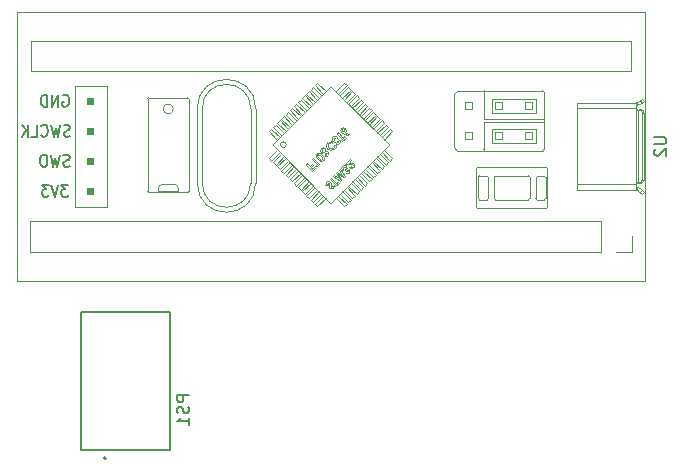
<source format=gbr>
%TF.GenerationSoftware,KiCad,Pcbnew,9.0.2*%
%TF.CreationDate,2025-08-18T15:30:27-04:00*%
%TF.ProjectId,Controller_Simple,436f6e74-726f-46c6-9c65-725f53696d70,rev?*%
%TF.SameCoordinates,Original*%
%TF.FileFunction,Legend,Bot*%
%TF.FilePolarity,Positive*%
%FSLAX46Y46*%
G04 Gerber Fmt 4.6, Leading zero omitted, Abs format (unit mm)*
G04 Created by KiCad (PCBNEW 9.0.2) date 2025-08-18 15:30:27*
%MOMM*%
%LPD*%
G01*
G04 APERTURE LIST*
%ADD10C,0.150000*%
%ADD11C,0.120000*%
%ADD12C,0.100000*%
%ADD13C,0.127000*%
%ADD14C,0.200000*%
G04 APERTURE END LIST*
D10*
X136544819Y-43358095D02*
X137354342Y-43358095D01*
X137354342Y-43358095D02*
X137449580Y-43405714D01*
X137449580Y-43405714D02*
X137497200Y-43453333D01*
X137497200Y-43453333D02*
X137544819Y-43548571D01*
X137544819Y-43548571D02*
X137544819Y-43739047D01*
X137544819Y-43739047D02*
X137497200Y-43834285D01*
X137497200Y-43834285D02*
X137449580Y-43881904D01*
X137449580Y-43881904D02*
X137354342Y-43929523D01*
X137354342Y-43929523D02*
X136544819Y-43929523D01*
X136640057Y-44358095D02*
X136592438Y-44405714D01*
X136592438Y-44405714D02*
X136544819Y-44500952D01*
X136544819Y-44500952D02*
X136544819Y-44739047D01*
X136544819Y-44739047D02*
X136592438Y-44834285D01*
X136592438Y-44834285D02*
X136640057Y-44881904D01*
X136640057Y-44881904D02*
X136735295Y-44929523D01*
X136735295Y-44929523D02*
X136830533Y-44929523D01*
X136830533Y-44929523D02*
X136973390Y-44881904D01*
X136973390Y-44881904D02*
X137544819Y-44310476D01*
X137544819Y-44310476D02*
X137544819Y-44929523D01*
X87055713Y-43257200D02*
X86927142Y-43304819D01*
X86927142Y-43304819D02*
X86712856Y-43304819D01*
X86712856Y-43304819D02*
X86627142Y-43257200D01*
X86627142Y-43257200D02*
X86584284Y-43209580D01*
X86584284Y-43209580D02*
X86541427Y-43114342D01*
X86541427Y-43114342D02*
X86541427Y-43019104D01*
X86541427Y-43019104D02*
X86584284Y-42923866D01*
X86584284Y-42923866D02*
X86627142Y-42876247D01*
X86627142Y-42876247D02*
X86712856Y-42828628D01*
X86712856Y-42828628D02*
X86884284Y-42781009D01*
X86884284Y-42781009D02*
X86969999Y-42733390D01*
X86969999Y-42733390D02*
X87012856Y-42685771D01*
X87012856Y-42685771D02*
X87055713Y-42590533D01*
X87055713Y-42590533D02*
X87055713Y-42495295D01*
X87055713Y-42495295D02*
X87012856Y-42400057D01*
X87012856Y-42400057D02*
X86969999Y-42352438D01*
X86969999Y-42352438D02*
X86884284Y-42304819D01*
X86884284Y-42304819D02*
X86669999Y-42304819D01*
X86669999Y-42304819D02*
X86541427Y-42352438D01*
X86241427Y-42304819D02*
X86027141Y-43304819D01*
X86027141Y-43304819D02*
X85855713Y-42590533D01*
X85855713Y-42590533D02*
X85684284Y-43304819D01*
X85684284Y-43304819D02*
X85469999Y-42304819D01*
X84612856Y-43209580D02*
X84655713Y-43257200D01*
X84655713Y-43257200D02*
X84784285Y-43304819D01*
X84784285Y-43304819D02*
X84869999Y-43304819D01*
X84869999Y-43304819D02*
X84998570Y-43257200D01*
X84998570Y-43257200D02*
X85084285Y-43161961D01*
X85084285Y-43161961D02*
X85127142Y-43066723D01*
X85127142Y-43066723D02*
X85169999Y-42876247D01*
X85169999Y-42876247D02*
X85169999Y-42733390D01*
X85169999Y-42733390D02*
X85127142Y-42542914D01*
X85127142Y-42542914D02*
X85084285Y-42447676D01*
X85084285Y-42447676D02*
X84998570Y-42352438D01*
X84998570Y-42352438D02*
X84869999Y-42304819D01*
X84869999Y-42304819D02*
X84784285Y-42304819D01*
X84784285Y-42304819D02*
X84655713Y-42352438D01*
X84655713Y-42352438D02*
X84612856Y-42400057D01*
X83798570Y-43304819D02*
X84227142Y-43304819D01*
X84227142Y-43304819D02*
X84227142Y-42304819D01*
X83498571Y-43304819D02*
X83498571Y-42304819D01*
X82984285Y-43304819D02*
X83369999Y-42733390D01*
X82984285Y-42304819D02*
X83498571Y-42876247D01*
X87024856Y-45797200D02*
X86896285Y-45844819D01*
X86896285Y-45844819D02*
X86681999Y-45844819D01*
X86681999Y-45844819D02*
X86596285Y-45797200D01*
X86596285Y-45797200D02*
X86553427Y-45749580D01*
X86553427Y-45749580D02*
X86510570Y-45654342D01*
X86510570Y-45654342D02*
X86510570Y-45559104D01*
X86510570Y-45559104D02*
X86553427Y-45463866D01*
X86553427Y-45463866D02*
X86596285Y-45416247D01*
X86596285Y-45416247D02*
X86681999Y-45368628D01*
X86681999Y-45368628D02*
X86853427Y-45321009D01*
X86853427Y-45321009D02*
X86939142Y-45273390D01*
X86939142Y-45273390D02*
X86981999Y-45225771D01*
X86981999Y-45225771D02*
X87024856Y-45130533D01*
X87024856Y-45130533D02*
X87024856Y-45035295D01*
X87024856Y-45035295D02*
X86981999Y-44940057D01*
X86981999Y-44940057D02*
X86939142Y-44892438D01*
X86939142Y-44892438D02*
X86853427Y-44844819D01*
X86853427Y-44844819D02*
X86639142Y-44844819D01*
X86639142Y-44844819D02*
X86510570Y-44892438D01*
X86210570Y-44844819D02*
X85996284Y-45844819D01*
X85996284Y-45844819D02*
X85824856Y-45130533D01*
X85824856Y-45130533D02*
X85653427Y-45844819D01*
X85653427Y-45844819D02*
X85439142Y-44844819D01*
X84924856Y-44844819D02*
X84753428Y-44844819D01*
X84753428Y-44844819D02*
X84667713Y-44892438D01*
X84667713Y-44892438D02*
X84581999Y-44987676D01*
X84581999Y-44987676D02*
X84539142Y-45178152D01*
X84539142Y-45178152D02*
X84539142Y-45511485D01*
X84539142Y-45511485D02*
X84581999Y-45701961D01*
X84581999Y-45701961D02*
X84667713Y-45797200D01*
X84667713Y-45797200D02*
X84753428Y-45844819D01*
X84753428Y-45844819D02*
X84924856Y-45844819D01*
X84924856Y-45844819D02*
X85010571Y-45797200D01*
X85010571Y-45797200D02*
X85096285Y-45701961D01*
X85096285Y-45701961D02*
X85139142Y-45511485D01*
X85139142Y-45511485D02*
X85139142Y-45178152D01*
X85139142Y-45178152D02*
X85096285Y-44987676D01*
X85096285Y-44987676D02*
X85010571Y-44892438D01*
X85010571Y-44892438D02*
X84924856Y-44844819D01*
X86467713Y-39812438D02*
X86553428Y-39764819D01*
X86553428Y-39764819D02*
X86681999Y-39764819D01*
X86681999Y-39764819D02*
X86810570Y-39812438D01*
X86810570Y-39812438D02*
X86896285Y-39907676D01*
X86896285Y-39907676D02*
X86939142Y-40002914D01*
X86939142Y-40002914D02*
X86981999Y-40193390D01*
X86981999Y-40193390D02*
X86981999Y-40336247D01*
X86981999Y-40336247D02*
X86939142Y-40526723D01*
X86939142Y-40526723D02*
X86896285Y-40621961D01*
X86896285Y-40621961D02*
X86810570Y-40717200D01*
X86810570Y-40717200D02*
X86681999Y-40764819D01*
X86681999Y-40764819D02*
X86596285Y-40764819D01*
X86596285Y-40764819D02*
X86467713Y-40717200D01*
X86467713Y-40717200D02*
X86424856Y-40669580D01*
X86424856Y-40669580D02*
X86424856Y-40336247D01*
X86424856Y-40336247D02*
X86596285Y-40336247D01*
X86039142Y-40764819D02*
X86039142Y-39764819D01*
X86039142Y-39764819D02*
X85524856Y-40764819D01*
X85524856Y-40764819D02*
X85524856Y-39764819D01*
X85096285Y-40764819D02*
X85096285Y-39764819D01*
X85096285Y-39764819D02*
X84881999Y-39764819D01*
X84881999Y-39764819D02*
X84753428Y-39812438D01*
X84753428Y-39812438D02*
X84667713Y-39907676D01*
X84667713Y-39907676D02*
X84624856Y-40002914D01*
X84624856Y-40002914D02*
X84581999Y-40193390D01*
X84581999Y-40193390D02*
X84581999Y-40336247D01*
X84581999Y-40336247D02*
X84624856Y-40526723D01*
X84624856Y-40526723D02*
X84667713Y-40621961D01*
X84667713Y-40621961D02*
X84753428Y-40717200D01*
X84753428Y-40717200D02*
X84881999Y-40764819D01*
X84881999Y-40764819D02*
X85096285Y-40764819D01*
X86896285Y-47384819D02*
X86339142Y-47384819D01*
X86339142Y-47384819D02*
X86639142Y-47765771D01*
X86639142Y-47765771D02*
X86510571Y-47765771D01*
X86510571Y-47765771D02*
X86424857Y-47813390D01*
X86424857Y-47813390D02*
X86381999Y-47861009D01*
X86381999Y-47861009D02*
X86339142Y-47956247D01*
X86339142Y-47956247D02*
X86339142Y-48194342D01*
X86339142Y-48194342D02*
X86381999Y-48289580D01*
X86381999Y-48289580D02*
X86424857Y-48337200D01*
X86424857Y-48337200D02*
X86510571Y-48384819D01*
X86510571Y-48384819D02*
X86767714Y-48384819D01*
X86767714Y-48384819D02*
X86853428Y-48337200D01*
X86853428Y-48337200D02*
X86896285Y-48289580D01*
X86081999Y-47384819D02*
X85781999Y-48384819D01*
X85781999Y-48384819D02*
X85481999Y-47384819D01*
X85267713Y-47384819D02*
X84710570Y-47384819D01*
X84710570Y-47384819D02*
X85010570Y-47765771D01*
X85010570Y-47765771D02*
X84881999Y-47765771D01*
X84881999Y-47765771D02*
X84796285Y-47813390D01*
X84796285Y-47813390D02*
X84753427Y-47861009D01*
X84753427Y-47861009D02*
X84710570Y-47956247D01*
X84710570Y-47956247D02*
X84710570Y-48194342D01*
X84710570Y-48194342D02*
X84753427Y-48289580D01*
X84753427Y-48289580D02*
X84796285Y-48337200D01*
X84796285Y-48337200D02*
X84881999Y-48384819D01*
X84881999Y-48384819D02*
X85139142Y-48384819D01*
X85139142Y-48384819D02*
X85224856Y-48337200D01*
X85224856Y-48337200D02*
X85267713Y-48289580D01*
X97119819Y-65210714D02*
X96119819Y-65210714D01*
X96119819Y-65210714D02*
X96119819Y-65591666D01*
X96119819Y-65591666D02*
X96167438Y-65686904D01*
X96167438Y-65686904D02*
X96215057Y-65734523D01*
X96215057Y-65734523D02*
X96310295Y-65782142D01*
X96310295Y-65782142D02*
X96453152Y-65782142D01*
X96453152Y-65782142D02*
X96548390Y-65734523D01*
X96548390Y-65734523D02*
X96596009Y-65686904D01*
X96596009Y-65686904D02*
X96643628Y-65591666D01*
X96643628Y-65591666D02*
X96643628Y-65210714D01*
X97072200Y-66163095D02*
X97119819Y-66305952D01*
X97119819Y-66305952D02*
X97119819Y-66544047D01*
X97119819Y-66544047D02*
X97072200Y-66639285D01*
X97072200Y-66639285D02*
X97024580Y-66686904D01*
X97024580Y-66686904D02*
X96929342Y-66734523D01*
X96929342Y-66734523D02*
X96834104Y-66734523D01*
X96834104Y-66734523D02*
X96738866Y-66686904D01*
X96738866Y-66686904D02*
X96691247Y-66639285D01*
X96691247Y-66639285D02*
X96643628Y-66544047D01*
X96643628Y-66544047D02*
X96596009Y-66353571D01*
X96596009Y-66353571D02*
X96548390Y-66258333D01*
X96548390Y-66258333D02*
X96500771Y-66210714D01*
X96500771Y-66210714D02*
X96405533Y-66163095D01*
X96405533Y-66163095D02*
X96310295Y-66163095D01*
X96310295Y-66163095D02*
X96215057Y-66210714D01*
X96215057Y-66210714D02*
X96167438Y-66258333D01*
X96167438Y-66258333D02*
X96119819Y-66353571D01*
X96119819Y-66353571D02*
X96119819Y-66591666D01*
X96119819Y-66591666D02*
X96167438Y-66734523D01*
X97119819Y-67686904D02*
X97119819Y-67115476D01*
X97119819Y-67401190D02*
X96119819Y-67401190D01*
X96119819Y-67401190D02*
X96262676Y-67305952D01*
X96262676Y-67305952D02*
X96357914Y-67210714D01*
X96357914Y-67210714D02*
X96405533Y-67115476D01*
D11*
%TO.C,U2*%
X82575000Y-32745000D02*
X82575000Y-55495000D01*
X82575000Y-55495000D02*
X135725000Y-55495000D01*
X83690000Y-50410000D02*
X83690000Y-53070000D01*
X83690000Y-53070000D02*
X132010000Y-53070000D01*
X83750000Y-35230000D02*
X83750000Y-37770000D01*
X83750000Y-37770000D02*
X134550000Y-37770000D01*
X87500000Y-38980000D02*
X90160000Y-38980000D01*
X87500000Y-49260000D02*
X87500000Y-38980000D01*
X90160000Y-38980000D02*
X90160000Y-49260000D01*
X90160000Y-49260000D02*
X87500000Y-49260000D01*
X93627191Y-40112282D02*
X93627193Y-40111663D01*
X93627191Y-47912282D02*
X93627191Y-40112282D01*
X93627193Y-47912900D02*
X93627191Y-47912282D01*
X93627196Y-40111334D02*
X93627191Y-40112282D01*
X94536149Y-47905812D02*
X94536149Y-47719226D01*
X94736149Y-47928200D02*
X96018233Y-47928200D01*
X95818233Y-47319226D02*
X94936149Y-47319226D01*
X96218233Y-47719226D02*
X96218233Y-47905812D01*
X97027191Y-40012282D02*
X93727191Y-40012282D01*
X97027191Y-40012282D02*
X97027810Y-40012283D01*
X97027191Y-48012282D02*
X93727191Y-48012282D01*
X97027810Y-48012280D02*
X97027191Y-48012282D01*
X97127189Y-40111663D02*
X97127191Y-40112282D01*
X97127191Y-47912282D02*
X97127189Y-47912900D01*
X97127191Y-47912282D02*
X97127191Y-40112282D01*
X97137191Y-41512282D02*
X97137191Y-41012282D01*
X97137191Y-46512282D02*
X97137191Y-47012282D01*
X97832412Y-47232050D02*
X97832412Y-40932050D01*
X98257412Y-40932050D02*
X98257412Y-47232050D01*
X102357412Y-47232050D02*
X102357412Y-40932050D01*
X102782412Y-40932050D02*
X102782412Y-47232050D01*
X103898834Y-42854132D02*
X104605940Y-43561238D01*
X103898834Y-45116873D02*
X104110966Y-45329005D01*
X103898834Y-45116873D02*
X104605940Y-44409767D01*
X104110966Y-42642000D02*
X103898834Y-42854132D01*
X104110966Y-42642000D02*
X104818072Y-43349106D01*
X104110966Y-45329005D02*
X104818072Y-44621899D01*
X104231676Y-44035502D02*
X104231676Y-43935502D01*
X104252387Y-42500578D02*
X104959494Y-43207685D01*
X104252387Y-45470427D02*
X104464519Y-45682559D01*
X104252387Y-45470427D02*
X104959494Y-44763320D01*
X104464519Y-42288446D02*
X104252387Y-42500578D01*
X104464519Y-42288446D02*
X105171626Y-42995553D01*
X104464519Y-45682559D02*
X105171626Y-44975452D01*
X104605940Y-42147025D02*
X105313047Y-42854132D01*
X104605940Y-45823980D02*
X104818072Y-46036112D01*
X104605940Y-45823980D02*
X105313047Y-45116873D01*
X104818072Y-41934893D02*
X104605940Y-42147025D01*
X104818072Y-41934893D02*
X105525179Y-42642000D01*
X104818072Y-46036112D02*
X105525179Y-45329005D01*
X104959494Y-41793471D02*
X105666601Y-42500578D01*
X104959494Y-46177533D02*
X105171626Y-46389666D01*
X104959494Y-46177533D02*
X105666601Y-45470427D01*
X105171626Y-41581339D02*
X104959494Y-41793471D01*
X105171626Y-41581339D02*
X105878733Y-42288446D01*
X105171626Y-46389666D02*
X105878733Y-45682559D01*
X105313047Y-41439918D02*
X106020154Y-42147025D01*
X105313047Y-46531087D02*
X105525179Y-46743219D01*
X105313047Y-46531087D02*
X106020154Y-45823980D01*
X105525179Y-41227786D02*
X105313047Y-41439918D01*
X105525179Y-41227786D02*
X106232286Y-41934893D01*
X105525179Y-46743219D02*
X106232286Y-46036112D01*
X105666601Y-41086365D02*
X106373707Y-41793471D01*
X105666601Y-46884640D02*
X105878733Y-47096772D01*
X105666601Y-46884640D02*
X106373707Y-46177533D01*
X105878733Y-40874233D02*
X105666601Y-41086365D01*
X105878733Y-40874233D02*
X106585839Y-41581339D01*
X105878733Y-47096772D02*
X106585839Y-46389666D01*
X106020154Y-40732811D02*
X106727261Y-41439918D01*
X106020154Y-47238194D02*
X106232286Y-47450326D01*
X106020154Y-47238194D02*
X106727261Y-46531087D01*
X106232286Y-40520679D02*
X106020154Y-40732811D01*
X106232286Y-40520679D02*
X106939393Y-41227786D01*
X106232286Y-47450326D02*
X106939393Y-46743219D01*
X106373707Y-40379258D02*
X107080814Y-41086365D01*
X106373707Y-47591747D02*
X106585839Y-47803879D01*
X106373707Y-47591747D02*
X107080814Y-46884640D01*
X106585839Y-40167126D02*
X106373707Y-40379258D01*
X106585839Y-40167126D02*
X107292946Y-40874233D01*
X106585839Y-47803879D02*
X107292946Y-47096772D01*
X106727261Y-40025704D02*
X107434368Y-40732811D01*
X106727261Y-47945300D02*
X106939393Y-48157432D01*
X106727261Y-47945300D02*
X107434368Y-47238194D01*
X106939393Y-39813572D02*
X106727261Y-40025704D01*
X106939393Y-39813572D02*
X107646500Y-40520679D01*
X106939393Y-48157432D02*
X107646500Y-47450326D01*
X107049305Y-45674730D02*
X107579635Y-46205060D01*
X107080814Y-39672151D02*
X107787921Y-40379258D01*
X107080814Y-48298854D02*
X107292946Y-48510986D01*
X107080814Y-48298854D02*
X107787921Y-47591747D01*
X107144492Y-45579542D02*
X107049305Y-45674730D01*
X107292946Y-39460019D02*
X107080814Y-39672151D01*
X107292946Y-39460019D02*
X108000053Y-40167126D01*
X107292946Y-48510986D02*
X108000053Y-47803879D01*
X107382461Y-45817511D02*
X107144492Y-45579542D01*
X107434368Y-39318598D02*
X108141474Y-40025704D01*
X107434368Y-48652407D02*
X107646500Y-48864539D01*
X107434368Y-48652407D02*
X108141474Y-47945300D01*
X107477648Y-45912699D02*
X107640827Y-45749520D01*
X107511644Y-45212391D02*
X107953585Y-45654333D01*
X107545639Y-45654333D02*
X107382461Y-45817511D01*
X107579635Y-46014685D02*
X107477648Y-45912699D01*
X107579635Y-46205060D02*
X107838001Y-45946694D01*
X107606831Y-45117203D02*
X107511644Y-45212391D01*
X107640827Y-45749520D02*
X107545639Y-45654333D01*
X107646500Y-39106466D02*
X107434368Y-39318598D01*
X107646500Y-39106466D02*
X108353606Y-39813572D01*
X107646500Y-48864539D02*
X108353606Y-48157432D01*
X107742813Y-45851507D02*
X107579635Y-46014685D01*
X107787921Y-38965044D02*
X108495028Y-39672151D01*
X107787921Y-49005961D02*
X108000053Y-49218093D01*
X107787921Y-49005961D02*
X108495028Y-48298854D01*
X107838001Y-45946694D02*
X107742813Y-45851507D01*
X107844800Y-45763118D02*
X107990024Y-45794670D01*
X107872734Y-44929406D02*
X107886239Y-44993729D01*
X107872734Y-44929406D02*
X107886239Y-44993729D01*
X107877759Y-44863974D02*
X107872734Y-44929406D01*
X107877759Y-44863974D02*
X107872734Y-44929406D01*
X107886239Y-44993729D02*
X107949398Y-45108685D01*
X107886239Y-44993729D02*
X107949398Y-45108685D01*
X107903443Y-44803582D02*
X107877759Y-44863974D01*
X107903443Y-44803582D02*
X107877759Y-44863974D01*
X107944555Y-44752283D02*
X107903443Y-44803582D01*
X107944555Y-44752283D02*
X107903443Y-44803582D01*
X107949398Y-45108685D02*
X108036768Y-45207185D01*
X107949398Y-45108685D02*
X108036768Y-45207185D01*
X107953585Y-45654333D02*
X107844800Y-45763118D01*
X107990024Y-45794670D02*
X108137161Y-45647534D01*
X107996304Y-44710965D02*
X107944555Y-44752283D01*
X107996304Y-44710965D02*
X107944555Y-44752283D01*
X108000053Y-38752912D02*
X107787921Y-38965044D01*
X108000053Y-38752912D02*
X108707160Y-39460019D01*
X108000053Y-49218093D02*
X108707160Y-48510986D01*
X108011791Y-44917879D02*
X108018141Y-44879962D01*
X108011791Y-44917879D02*
X108018141Y-44879962D01*
X108018141Y-44879962D02*
X108039318Y-44847895D01*
X108018141Y-44879962D02*
X108039318Y-44847895D01*
X108033632Y-44991238D02*
X108011791Y-44917879D01*
X108033632Y-44991238D02*
X108011791Y-44917879D01*
X108036768Y-45207185D02*
X108168893Y-45319199D01*
X108036768Y-45207185D02*
X108168893Y-45319199D01*
X108057436Y-44685874D02*
X107996304Y-44710965D01*
X108057436Y-44685874D02*
X107996304Y-44710965D01*
X108123461Y-44683116D02*
X108057436Y-44685874D01*
X108123461Y-44683116D02*
X108057436Y-44685874D01*
X108130893Y-45110936D02*
X108033632Y-44991238D01*
X108130893Y-45110936D02*
X108033632Y-44991238D01*
X108133868Y-44826223D02*
X108237323Y-44884183D01*
X108133868Y-44826223D02*
X108237323Y-44884183D01*
X108137161Y-45647534D02*
X107606831Y-45117203D01*
X108168893Y-45319199D02*
X108292160Y-45375463D01*
X108168893Y-45319199D02*
X108292160Y-45375463D01*
X108187810Y-44698767D02*
X108123461Y-44683116D01*
X108187810Y-44698767D02*
X108123461Y-44683116D01*
X108237323Y-44884183D02*
X108306926Y-44947013D01*
X108237323Y-44884183D02*
X108306926Y-44947013D01*
X108256011Y-45216153D02*
X108130893Y-45110936D01*
X108256011Y-45216153D02*
X108130893Y-45110936D01*
X108292160Y-45375463D02*
X108416990Y-45367224D01*
X108292160Y-45375463D02*
X108416990Y-45367224D01*
X108302916Y-44763780D02*
X108187810Y-44698767D01*
X108302916Y-44763780D02*
X108187810Y-44698767D01*
X108306926Y-44947013D02*
X108407437Y-45068611D01*
X108306926Y-44947013D02*
X108407437Y-45068611D01*
X108332275Y-45243953D02*
X108256011Y-45216153D01*
X108332275Y-45243953D02*
X108256011Y-45216153D01*
X108354733Y-44695659D02*
X108449920Y-44600472D01*
X108372448Y-45237419D02*
X108332275Y-45243953D01*
X108372448Y-45237419D02*
X108332275Y-45243953D01*
X108402114Y-44851826D02*
X108302916Y-44763780D01*
X108402114Y-44851826D02*
X108302916Y-44763780D01*
X108406469Y-45215047D02*
X108372448Y-45237419D01*
X108406469Y-45215047D02*
X108372448Y-45237419D01*
X108407437Y-45068611D02*
X108432191Y-45142911D01*
X108407437Y-45068611D02*
X108432191Y-45142911D01*
X108416990Y-45367224D02*
X108499320Y-45312571D01*
X108416990Y-45367224D02*
X108499320Y-45312571D01*
X108427521Y-45181944D02*
X108406469Y-45215047D01*
X108427521Y-45181944D02*
X108406469Y-45215047D01*
X108432191Y-45142911D02*
X108427521Y-45181944D01*
X108432191Y-45142911D02*
X108427521Y-45181944D01*
X108490535Y-44951541D02*
X108402114Y-44851826D01*
X108490535Y-44951541D02*
X108402114Y-44851826D01*
X108499320Y-45312571D02*
X108540428Y-45260267D01*
X108499320Y-45312571D02*
X108540428Y-45260267D01*
X108540428Y-45260267D02*
X108565272Y-45198652D01*
X108540428Y-45260267D02*
X108565272Y-45198652D01*
X108555397Y-45067430D02*
X108490535Y-44951541D01*
X108555397Y-45067430D02*
X108490535Y-44951541D01*
X108565272Y-45198652D02*
X108569756Y-45132391D01*
X108565272Y-45198652D02*
X108569756Y-45132391D01*
X108569756Y-45132391D02*
X108555397Y-45067430D01*
X108569756Y-45132391D02*
X108555397Y-45067430D01*
X108572304Y-44641266D02*
X108660692Y-44729655D01*
X108615754Y-44426351D02*
X108633704Y-44450861D01*
X108615754Y-44426351D02*
X108633704Y-44450861D01*
X108619898Y-44906431D02*
X108691004Y-44946921D01*
X108619898Y-44906431D02*
X108691004Y-44946921D01*
X108633704Y-44450861D02*
X108643084Y-44479742D01*
X108633704Y-44450861D02*
X108643084Y-44479742D01*
X108638230Y-44540041D02*
X108572304Y-44641266D01*
X108638230Y-44540041D02*
X108572304Y-44641266D01*
X108643084Y-44479742D02*
X108638230Y-44540041D01*
X108643084Y-44479742D02*
X108638230Y-44540041D01*
X108660692Y-44729655D02*
X108739549Y-44677971D01*
X108660692Y-44729655D02*
X108739549Y-44677971D01*
X108691004Y-44946921D02*
X108754074Y-44959231D01*
X108691004Y-44946921D02*
X108754074Y-44959231D01*
X108715085Y-44811244D02*
X108619898Y-44906431D01*
X108732826Y-47439841D02*
X108866790Y-47406377D01*
X108739549Y-44677971D02*
X108786330Y-44673056D01*
X108739549Y-44677971D02*
X108786330Y-44673056D01*
X108754074Y-44959231D02*
X108854741Y-44938734D01*
X108754074Y-44959231D02*
X108854741Y-44938734D01*
X108786330Y-44673056D02*
X108808994Y-44679794D01*
X108786330Y-44673056D02*
X108808994Y-44679794D01*
X108808994Y-44679794D02*
X108828333Y-44693322D01*
X108808994Y-44679794D02*
X108828333Y-44693322D01*
X108854741Y-44938734D02*
X108920545Y-44891346D01*
X108854741Y-44938734D02*
X108920545Y-44891346D01*
X108856257Y-47315815D02*
X108865403Y-47281068D01*
X108856257Y-47315815D02*
X108865403Y-47281068D01*
X108865403Y-47281068D02*
X108885700Y-47251485D01*
X108865403Y-47281068D02*
X108885700Y-47251485D01*
X108866790Y-47406377D02*
X108856257Y-47315815D01*
X108866790Y-47406377D02*
X108856257Y-47315815D01*
X109010763Y-43724488D02*
X108881663Y-43815175D01*
X109010763Y-43724488D02*
X108881663Y-43815175D01*
X109081424Y-39085755D02*
X104231676Y-43935502D01*
X109081424Y-48885250D02*
X104231676Y-44035502D01*
X109081424Y-48885250D02*
X109181424Y-48885250D01*
X109095835Y-46878171D02*
X109530977Y-47313314D01*
X109145041Y-47221602D02*
X109097216Y-47151517D01*
X109145041Y-47221602D02*
X109097216Y-47151517D01*
X109153282Y-47519245D02*
X109156920Y-47457476D01*
X109153282Y-47519245D02*
X109156920Y-47457476D01*
X109153308Y-47597920D02*
X109153282Y-47519245D01*
X109153308Y-47597920D02*
X109153282Y-47519245D01*
X109156920Y-47457476D02*
X109161916Y-47385003D01*
X109156920Y-47457476D02*
X109161916Y-47385003D01*
X109157879Y-47614259D02*
X109153308Y-47597920D01*
X109157879Y-47614259D02*
X109153308Y-47597920D01*
X109161916Y-47385003D02*
X109164038Y-47327974D01*
X109161916Y-47385003D02*
X109164038Y-47327974D01*
X109164038Y-47327974D02*
X109145041Y-47221602D01*
X109164038Y-47327974D02*
X109145041Y-47221602D01*
X109169881Y-47632128D02*
X109157879Y-47614259D01*
X109169881Y-47632128D02*
X109157879Y-47614259D01*
X109181424Y-39085755D02*
X109081424Y-39085755D01*
X109181424Y-39085755D02*
X114031171Y-43935502D01*
X109191022Y-46782984D02*
X109095835Y-46878171D01*
X109208551Y-43690773D02*
X109010763Y-43724488D01*
X109208551Y-43690773D02*
X109010763Y-43724488D01*
X109211951Y-43829517D02*
X109208551Y-43690773D01*
X109313406Y-46660600D02*
X109933293Y-47101373D01*
X109325942Y-43695128D02*
X109434969Y-43757392D01*
X109325942Y-43695128D02*
X109434969Y-43757392D01*
X109403766Y-44184997D02*
X109341771Y-44279745D01*
X109403766Y-44184997D02*
X109341771Y-44279745D01*
X109405725Y-47487222D02*
X109269424Y-47493278D01*
X109409868Y-46564138D02*
X109313406Y-46660600D01*
X109424848Y-44042414D02*
X109403766Y-44184997D01*
X109424848Y-44042414D02*
X109403766Y-44184997D01*
X109434969Y-43757392D02*
X109534271Y-43760888D01*
X109434969Y-43757392D02*
X109534271Y-43760888D01*
X109435790Y-47408501D02*
X109530977Y-47503689D01*
X109440677Y-44371214D02*
X109544432Y-44197824D01*
X109440677Y-44371214D02*
X109544432Y-44197824D01*
X109530977Y-47313314D02*
X109435790Y-47408501D01*
X109530977Y-47503689D02*
X109816540Y-47218126D01*
X109534271Y-43760888D02*
X109556628Y-43853505D01*
X109534271Y-43760888D02*
X109556628Y-43853505D01*
X109544432Y-44197824D02*
X109561361Y-44039333D01*
X109544432Y-44197824D02*
X109561361Y-44039333D01*
X109556628Y-43853505D02*
X109599925Y-43914718D01*
X109556628Y-43853505D02*
X109599925Y-43914718D01*
X109561361Y-44039333D02*
X109424848Y-44042414D01*
X109576021Y-46397985D02*
X109801348Y-46842582D01*
X109626165Y-47218126D02*
X109191022Y-46782984D01*
X109668872Y-46305134D02*
X109576021Y-46397985D01*
X109673759Y-43050276D02*
X110108901Y-43485419D01*
X109721352Y-47122939D02*
X109626165Y-47218126D01*
X109768946Y-42955088D02*
X109673759Y-43050276D01*
X109783182Y-46511657D02*
X110274948Y-46759718D01*
X109801348Y-46842582D02*
X109409868Y-46564138D01*
X109816540Y-47218126D02*
X109721352Y-47122939D01*
X109824218Y-43557565D02*
X109750673Y-43544486D01*
X109824218Y-43557565D02*
X109750673Y-43544486D01*
X109835769Y-46138238D02*
X110114107Y-46529823D01*
X109904397Y-43607271D02*
X109824218Y-43557565D01*
X109904397Y-43607271D02*
X109824218Y-43557565D01*
X109932125Y-46041882D02*
X109835769Y-46138238D01*
X109933293Y-47101373D02*
X110032093Y-47002574D01*
X110013714Y-43580606D02*
X110108901Y-43675793D01*
X110032093Y-47002574D02*
X109783182Y-46511657D01*
X110063963Y-42964543D02*
X110152517Y-43022341D01*
X110063963Y-42964543D02*
X110152517Y-43022341D01*
X110108901Y-43485419D02*
X110013714Y-43580606D01*
X110108901Y-43675793D02*
X110394464Y-43390231D01*
X110114107Y-46529823D02*
X109668872Y-46305134D01*
X110142897Y-46157466D02*
X110238084Y-46062279D01*
X110152517Y-43022341D02*
X110230860Y-43051551D01*
X110152517Y-43022341D02*
X110230860Y-43051551D01*
X110204089Y-43390231D02*
X109768946Y-42955088D01*
X110230860Y-43051551D02*
X110630308Y-43181584D01*
X110262795Y-38752912D02*
X109555688Y-39460019D01*
X110262795Y-38752912D02*
X110474927Y-38965044D01*
X110262795Y-49218093D02*
X109555688Y-48510986D01*
X110274948Y-46759718D02*
X110372791Y-46661875D01*
X110299276Y-43295044D02*
X110204089Y-43390231D01*
X110360468Y-46103073D02*
X110448856Y-46191462D01*
X110372791Y-46661875D02*
X109932125Y-46041882D01*
X110387664Y-45586342D02*
X110435896Y-45634573D01*
X110394464Y-43390231D02*
X110299276Y-43295044D01*
X110403919Y-45888158D02*
X110421869Y-45912668D01*
X110403919Y-45888158D02*
X110421869Y-45912668D01*
X110408062Y-46368239D02*
X110479168Y-46408729D01*
X110408062Y-46368239D02*
X110479168Y-46408729D01*
X110421869Y-45912668D02*
X110431249Y-45941549D01*
X110421869Y-45912668D02*
X110431249Y-45941549D01*
X110426394Y-46001848D02*
X110360468Y-46103073D01*
X110426394Y-46001848D02*
X110360468Y-46103073D01*
X110431249Y-45941549D02*
X110426394Y-46001848D01*
X110431249Y-45941549D02*
X110426394Y-46001848D01*
X110435896Y-45634573D02*
X110760022Y-45644665D01*
X110448856Y-46191462D02*
X110527713Y-46139778D01*
X110448856Y-46191462D02*
X110527713Y-46139778D01*
X110474927Y-38965044D02*
X109767820Y-39672151D01*
X110474927Y-49005961D02*
X109767820Y-48298854D01*
X110474927Y-49005961D02*
X110262795Y-49218093D01*
X110479168Y-46408729D02*
X110542238Y-46421038D01*
X110479168Y-46408729D02*
X110542238Y-46421038D01*
X110503249Y-46273051D02*
X110408062Y-46368239D01*
X110527713Y-46139778D02*
X110574494Y-46134863D01*
X110527713Y-46139778D02*
X110574494Y-46134863D01*
X110542238Y-46421038D02*
X110642905Y-46400541D01*
X110542238Y-46421038D02*
X110642905Y-46400541D01*
X110574494Y-46134863D02*
X110597158Y-46141601D01*
X110574494Y-46134863D02*
X110597158Y-46141601D01*
X110597158Y-46141601D02*
X110616497Y-46155129D01*
X110597158Y-46141601D02*
X110616497Y-46155129D01*
X110616348Y-39106466D02*
X109909241Y-39813572D01*
X110616348Y-39106466D02*
X110828480Y-39318598D01*
X110616348Y-48864539D02*
X109909241Y-48157432D01*
X110630308Y-43181584D02*
X110671846Y-43054632D01*
X110642905Y-46400541D02*
X110708710Y-46353153D01*
X110642905Y-46400541D02*
X110708710Y-46353153D01*
X110651130Y-45499653D02*
X110829606Y-45321177D01*
X110671846Y-43054632D02*
X110397757Y-42965393D01*
X110741218Y-45232788D02*
X110387664Y-45586342D01*
X110760022Y-45644665D02*
X110911522Y-45659950D01*
X110760022Y-45644665D02*
X110911522Y-45659950D01*
X110769902Y-45507727D02*
X110651130Y-45499653D01*
X110828480Y-39318598D02*
X110121373Y-40025704D01*
X110828480Y-48652407D02*
X110121373Y-47945300D01*
X110828480Y-48652407D02*
X110616348Y-48864539D01*
X110829606Y-45321177D02*
X110741218Y-45232788D01*
X110850004Y-45831109D02*
X110754816Y-45926297D01*
X110911522Y-45659950D02*
X111017431Y-45712975D01*
X110911522Y-45659950D02*
X111017431Y-45712975D01*
X110920242Y-45874449D02*
X110850004Y-45831109D01*
X110920242Y-45874449D02*
X110850004Y-45831109D01*
X110969901Y-39460019D02*
X110262795Y-40167126D01*
X110969901Y-39460019D02*
X111182033Y-39672151D01*
X110969901Y-48510986D02*
X110262795Y-47803879D01*
X110972673Y-45877702D02*
X110920242Y-45874449D01*
X110972673Y-45877702D02*
X110920242Y-45874449D01*
X111018600Y-45852888D02*
X110972673Y-45877702D01*
X111018600Y-45852888D02*
X110972673Y-45877702D01*
X111182033Y-39672151D02*
X110474927Y-40379258D01*
X111182033Y-48298854D02*
X110474927Y-47591747D01*
X111182033Y-48298854D02*
X110969901Y-48510986D01*
X111323455Y-39813572D02*
X110616348Y-40520679D01*
X111323455Y-39813572D02*
X111535587Y-40025704D01*
X111323455Y-48157432D02*
X110616348Y-47450326D01*
X111535587Y-40025704D02*
X110828480Y-40732811D01*
X111535587Y-47945300D02*
X110828480Y-47238194D01*
X111535587Y-47945300D02*
X111323455Y-48157432D01*
X111677008Y-40167126D02*
X110969901Y-40874233D01*
X111677008Y-40167126D02*
X111889140Y-40379258D01*
X111677008Y-47803879D02*
X110969901Y-47096772D01*
X111889140Y-40379258D02*
X111182033Y-41086365D01*
X111889140Y-47591747D02*
X111182033Y-46884640D01*
X111889140Y-47591747D02*
X111677008Y-47803879D01*
X112030562Y-40520679D02*
X111323455Y-41227786D01*
X112030562Y-40520679D02*
X112242694Y-40732811D01*
X112030562Y-47450326D02*
X111323455Y-46743219D01*
X112242694Y-40732811D02*
X111535587Y-41439918D01*
X112242694Y-47238194D02*
X111535587Y-46531087D01*
X112242694Y-47238194D02*
X112030562Y-47450326D01*
X112384115Y-40874233D02*
X111677008Y-41581339D01*
X112384115Y-40874233D02*
X112596247Y-41086365D01*
X112384115Y-47096772D02*
X111677008Y-46389666D01*
X112596247Y-41086365D02*
X111889140Y-41793471D01*
X112596247Y-46884640D02*
X111889140Y-46177533D01*
X112596247Y-46884640D02*
X112384115Y-47096772D01*
X112737668Y-41227786D02*
X112030562Y-41934893D01*
X112737668Y-41227786D02*
X112949800Y-41439918D01*
X112737668Y-46743219D02*
X112030562Y-46036112D01*
X112949800Y-41439918D02*
X112242694Y-42147025D01*
X112949800Y-46531087D02*
X112242694Y-45823980D01*
X112949800Y-46531087D02*
X112737668Y-46743219D01*
X113091222Y-41581339D02*
X112384115Y-42288446D01*
X113091222Y-41581339D02*
X113303354Y-41793471D01*
X113091222Y-46389666D02*
X112384115Y-45682559D01*
X113303354Y-41793471D02*
X112596247Y-42500578D01*
X113303354Y-46177533D02*
X112596247Y-45470427D01*
X113303354Y-46177533D02*
X113091222Y-46389666D01*
X113444775Y-41934893D02*
X112737668Y-42642000D01*
X113444775Y-41934893D02*
X113656907Y-42147025D01*
X113444775Y-46036112D02*
X112737668Y-45329005D01*
X113656907Y-42147025D02*
X112949800Y-42854132D01*
X113656907Y-45823980D02*
X112949800Y-45116873D01*
X113656907Y-45823980D02*
X113444775Y-46036112D01*
X113798329Y-42288446D02*
X113091222Y-42995553D01*
X113798329Y-42288446D02*
X114010461Y-42500578D01*
X113798329Y-45682559D02*
X113091222Y-44975452D01*
X114010461Y-42500578D02*
X113303354Y-43207685D01*
X114010461Y-45470427D02*
X113303354Y-44763320D01*
X114010461Y-45470427D02*
X113798329Y-45682559D01*
X114031171Y-43935502D02*
X114031171Y-44035502D01*
X114031171Y-44035502D02*
X109181424Y-48885250D01*
X114151882Y-42642000D02*
X113444775Y-43349106D01*
X114151882Y-42642000D02*
X114364014Y-42854132D01*
X114151882Y-45329005D02*
X113444775Y-44621899D01*
X114364014Y-42854132D02*
X113656907Y-43561238D01*
X114364014Y-45116873D02*
X113656907Y-44409767D01*
X114364014Y-45116873D02*
X114151882Y-45329005D01*
X119550000Y-39710000D02*
X119850000Y-39410000D01*
X119550000Y-44190000D02*
X119550000Y-39710000D01*
X119850000Y-39410000D02*
X121790000Y-39410000D01*
X119850000Y-44490000D02*
X119550000Y-44190000D01*
X120501802Y-40361802D02*
X120501802Y-40998199D01*
X120501802Y-40998199D02*
X121138199Y-40998199D01*
X120501802Y-42901802D02*
X120501802Y-43538199D01*
X120501802Y-43538199D02*
X121138199Y-43538199D01*
X121138199Y-40361802D02*
X120501802Y-40361802D01*
X121138199Y-40998199D02*
X121138199Y-40361802D01*
X121138199Y-42901802D02*
X120501802Y-42901802D01*
X121138199Y-43538199D02*
X121138199Y-42901802D01*
X121477723Y-49282467D02*
X121477723Y-45982467D01*
X121577723Y-45882467D02*
X127377723Y-45882467D01*
X121627723Y-46732467D02*
X121627723Y-48532467D01*
X121727723Y-48632467D02*
X122377723Y-48632467D01*
X121790000Y-39410000D02*
X122190000Y-39410000D01*
X121790000Y-44490000D02*
X119850000Y-44490000D01*
X122090000Y-39510000D02*
X122090000Y-41850000D01*
X122090000Y-42050000D02*
X122090000Y-44390000D01*
X122090000Y-42050000D02*
X127158600Y-42050000D01*
X122190000Y-44490000D02*
X121790000Y-44490000D01*
X122190000Y-44490000D02*
X127070000Y-44490000D01*
X122377723Y-46632467D02*
X121727723Y-46632467D01*
X122477723Y-48532467D02*
X122477723Y-46732467D01*
X122760000Y-40080000D02*
X122760000Y-41280000D01*
X122760000Y-41280000D02*
X126500000Y-41280000D01*
X122760000Y-42620000D02*
X122760000Y-43820000D01*
X122760000Y-43820000D02*
X126500000Y-43820000D01*
X122977723Y-46732467D02*
X122977723Y-48532467D01*
X123041802Y-40361802D02*
X123041802Y-40998199D01*
X123041802Y-40998199D02*
X123678199Y-40998199D01*
X123041802Y-42901802D02*
X123041802Y-43538199D01*
X123041802Y-43538199D02*
X123678199Y-43538199D01*
X123077723Y-48632467D02*
X125877723Y-48632467D01*
X123678199Y-40361802D02*
X123041802Y-40361802D01*
X123678199Y-40998199D02*
X123678199Y-40361802D01*
X123678199Y-42901802D02*
X123041802Y-42901802D01*
X123678199Y-43538199D02*
X123678199Y-42901802D01*
X125581802Y-40361802D02*
X125581802Y-40998199D01*
X125581802Y-40998199D02*
X126218199Y-40998199D01*
X125581802Y-42901802D02*
X125581802Y-43538199D01*
X125581802Y-43538199D02*
X126218199Y-43538199D01*
X125877723Y-46632467D02*
X123077723Y-46632467D01*
X125965497Y-44491000D02*
X125920625Y-44491000D01*
X125977723Y-48532467D02*
X125977723Y-46732467D01*
X126048830Y-44491000D02*
X126014876Y-44491000D01*
X126218199Y-40361802D02*
X125581802Y-40361802D01*
X126218199Y-40998199D02*
X126218199Y-40361802D01*
X126218199Y-42901802D02*
X125581802Y-42901802D01*
X126218199Y-43538199D02*
X126218199Y-42901802D01*
X126477723Y-46732467D02*
X126477723Y-48532467D01*
X126500000Y-40080000D02*
X122760000Y-40080000D01*
X126500000Y-41280000D02*
X126500000Y-40080000D01*
X126500000Y-42620000D02*
X122760000Y-42620000D01*
X126500000Y-43820000D02*
X126500000Y-42620000D01*
X126577723Y-46632467D02*
X126477723Y-46732467D01*
X126577723Y-48632467D02*
X127227723Y-48632467D01*
X126777997Y-44491000D02*
X126588894Y-44491000D01*
X127070000Y-39410000D02*
X122190000Y-39410000D01*
X127158600Y-41850000D02*
X122090000Y-41850000D01*
X127170000Y-44390000D02*
X127170000Y-39510000D01*
X127171000Y-42408528D02*
X127171000Y-42597631D01*
X127227723Y-46632467D02*
X126577723Y-46632467D01*
X127327723Y-48532467D02*
X127327723Y-46732467D01*
X127377723Y-49382467D02*
X121577723Y-49382467D01*
X127477622Y-45977983D02*
X127477723Y-45982467D01*
X127477723Y-45982467D02*
X127477723Y-49282467D01*
X129990000Y-40669989D02*
X129990000Y-47570012D01*
X130000000Y-40423590D02*
X130000000Y-47816411D01*
X132010000Y-50410000D02*
X83690000Y-50410000D01*
X132010000Y-53070000D02*
X132010000Y-50410000D01*
X133280000Y-53070000D02*
X134610000Y-53070000D01*
X134550000Y-35230000D02*
X83750000Y-35230000D01*
X134550000Y-37770000D02*
X134550000Y-35230000D01*
X134610000Y-53070000D02*
X134610000Y-51740000D01*
X135000000Y-40430104D02*
X135000000Y-40920000D01*
X135000000Y-40669989D02*
X135004215Y-40669989D01*
X135000000Y-40920000D02*
X135000064Y-40923590D01*
X135000000Y-47320000D02*
X135000064Y-47316411D01*
X135000000Y-47570012D02*
X135004215Y-47570012D01*
X135000000Y-47809897D02*
X135000000Y-47320000D01*
X135000064Y-40923590D02*
X129990000Y-40923590D01*
X135000064Y-47316411D02*
X129990000Y-47316411D01*
X135000331Y-40428514D02*
X135000000Y-40430104D01*
X135000331Y-47811487D02*
X135000000Y-47809897D01*
X135005575Y-40423590D02*
X130000000Y-40423590D01*
X135005575Y-40423590D02*
X135008500Y-40423573D01*
X135005575Y-47816411D02*
X130000000Y-47816411D01*
X135005575Y-47816411D02*
X135008500Y-47816428D01*
X135008500Y-40423573D02*
X135000331Y-40428514D01*
X135008500Y-47816428D02*
X135000331Y-47811487D01*
X135021175Y-40981536D02*
X135021175Y-47258465D01*
X135100000Y-40660729D02*
X135100000Y-40405073D01*
X135100000Y-47579272D02*
X135100000Y-47834928D01*
X135164569Y-47220000D02*
X135164569Y-41020000D01*
X135299531Y-40247785D02*
X135462422Y-40432660D01*
X135299531Y-47992216D02*
X135462422Y-47807341D01*
X135334759Y-40545143D02*
X135650000Y-40267388D01*
X135334759Y-47694858D02*
X135650000Y-47972613D01*
X135445211Y-41020000D02*
X135100000Y-41020000D01*
X135445211Y-47220000D02*
X135100000Y-47220000D01*
X135487108Y-40082513D02*
X135170847Y-40361167D01*
X135487108Y-48157488D02*
X135170847Y-47878834D01*
X135506605Y-41270000D02*
X135506605Y-46970000D01*
X135506605Y-41270000D02*
X135650000Y-41270000D01*
X135506605Y-46970000D02*
X135650000Y-46970000D01*
X135650000Y-40267388D02*
X135487108Y-40082513D01*
X135650000Y-41270000D02*
X135650000Y-46970000D01*
X135650000Y-47972613D02*
X135487108Y-48157488D01*
X135725000Y-32745000D02*
X82575000Y-32745000D01*
X135725000Y-55495000D02*
X135725000Y-32745000D01*
X93627193Y-40111663D02*
G75*
G02*
X93726572Y-40012293I100007J-637D01*
G01*
X93726572Y-48012280D02*
G75*
G02*
X93627220Y-47912901I628J99980D01*
G01*
X94536149Y-47719226D02*
G75*
G02*
X94936149Y-47319219I400011J-4D01*
G01*
X94736149Y-47928200D02*
G75*
G02*
X94536149Y-47905811I-51449J444900D01*
G01*
X95818233Y-47319226D02*
G75*
G02*
X96218234Y-47719226I-73J-400074D01*
G01*
X96218233Y-47905812D02*
G75*
G02*
X96018232Y-47928210I-150633J440912D01*
G01*
X97027810Y-40012283D02*
G75*
G02*
X97127217Y-40111663I-610J-100017D01*
G01*
X97127189Y-47912900D02*
G75*
G02*
X97027811Y-48012289I-99989J600D01*
G01*
X97832412Y-40932050D02*
G75*
G02*
X102782408Y-40932050I2474998J0D01*
G01*
X98257412Y-40932050D02*
G75*
G02*
X102357408Y-40932050I2049998J0D01*
G01*
X102357412Y-47232050D02*
G75*
G02*
X98257412Y-47232050I-2050000J0D01*
G01*
X102782412Y-47232050D02*
G75*
G02*
X97832412Y-47232050I-2475000J0D01*
G01*
X108039318Y-44847895D02*
G75*
G02*
X108133879Y-44826192I64782J-65405D01*
G01*
X108354414Y-44342424D02*
G75*
G02*
X108709990Y-44330203I183656J-164626D01*
G01*
X108354733Y-44695659D02*
G75*
G02*
X108354425Y-44342437I169367J176759D01*
G01*
X108449920Y-44600472D02*
G75*
G02*
X108454773Y-44432371I88280J81572D01*
G01*
X108454807Y-44432406D02*
G75*
G02*
X108615788Y-44426317I83393J-73694D01*
G01*
X108709986Y-44330207D02*
G75*
G02*
X108747527Y-44564054I-131786J-141093D01*
G01*
X108732826Y-47439841D02*
G75*
G02*
X108787007Y-47159802I229074J100941D01*
G01*
X108747487Y-44564033D02*
G75*
G02*
X108929570Y-44604195I59613J-162567D01*
G01*
X108787007Y-47159803D02*
G75*
G02*
X109097211Y-47151521I158953J-140107D01*
G01*
X108824721Y-44796796D02*
G75*
G02*
X108715077Y-44811259I-64521J66296D01*
G01*
X108828333Y-44693322D02*
G75*
G02*
X108824741Y-44796820I-49933J-50078D01*
G01*
X108885700Y-47251485D02*
G75*
G02*
X108996497Y-47241187I60600J-50815D01*
G01*
X108885912Y-44370152D02*
G75*
G02*
X108881667Y-43815180I254888J279452D01*
G01*
X108929575Y-44604190D02*
G75*
G02*
X108920505Y-44891302I-145275J-139110D01*
G01*
X108976426Y-43910787D02*
G75*
G02*
X109211950Y-43829528I203374J-207513D01*
G01*
X108981312Y-44275177D02*
G75*
G02*
X108976424Y-43910785I167588J184477D01*
G01*
X108996504Y-47241180D02*
G75*
G02*
X109017621Y-47402970I-182704J-106120D01*
G01*
X109070126Y-47722747D02*
G75*
G02*
X109017641Y-47402976I286074J211147D01*
G01*
X109247540Y-47623948D02*
G75*
G02*
X109169882Y-47632126I-42940J34948D01*
G01*
X109269424Y-47493278D02*
G75*
G02*
X109247548Y-47623955I-126924J-45922D01*
G01*
X109325942Y-43695128D02*
G75*
G02*
X109345262Y-43351541I156658J163528D01*
G01*
X109341771Y-44279745D02*
G75*
G02*
X108981311Y-44275178I-178021J176645D01*
G01*
X109343790Y-47718073D02*
G75*
G02*
X109070131Y-47722743I-139120J131883D01*
G01*
X109345277Y-43351561D02*
G75*
G02*
X109686289Y-43334781I178063J-145179D01*
G01*
X109405725Y-47487222D02*
G75*
G02*
X109343787Y-47718071I-254025J-55578D01*
G01*
X109429735Y-43608546D02*
G75*
G02*
X109439506Y-43447701I81865J75746D01*
G01*
X109439508Y-43447705D02*
G75*
G02*
X109597550Y-43436482I84092J-65795D01*
G01*
X109440677Y-44371214D02*
G75*
G02*
X108885904Y-44370159I-276877J268414D01*
G01*
X109590257Y-43596116D02*
G75*
G02*
X109429779Y-43608496I-86357J73116D01*
G01*
X109597587Y-43436444D02*
G75*
G02*
X109590228Y-43596084I-80987J-76256D01*
G01*
X109684170Y-43692579D02*
G75*
G02*
X109804619Y-43697910I57730J-59021D01*
G01*
X109686294Y-43334776D02*
G75*
G02*
X109750681Y-43544487I-158894J-163524D01*
G01*
X109688313Y-43812732D02*
G75*
G02*
X109684200Y-43692609I55487J62032D01*
G01*
X109804641Y-43697891D02*
G75*
G02*
X109804769Y-43816793I-54041J-59509D01*
G01*
X109804748Y-43816769D02*
G75*
G02*
X109688289Y-43812752I-56348J56569D01*
G01*
X109902272Y-43909619D02*
G75*
G02*
X109599899Y-43914742I-153572J138219D01*
G01*
X109904397Y-43607271D02*
G75*
G02*
X109902235Y-43909579I-144397J-150129D01*
G01*
X110062157Y-42634681D02*
G75*
G02*
X110389563Y-42637456I162343J-161819D01*
G01*
X110063963Y-42964543D02*
G75*
G02*
X110062147Y-42634670I163737J165843D01*
G01*
X110142578Y-45804232D02*
G75*
G02*
X110498148Y-45792015I183652J-164638D01*
G01*
X110142897Y-46157466D02*
G75*
G02*
X110142583Y-45804235I169303J176766D01*
G01*
X110155539Y-42731674D02*
G75*
G02*
X110299844Y-42738015I69061J-73526D01*
G01*
X110163825Y-42874030D02*
G75*
G02*
X110155501Y-42731640I66575J75330D01*
G01*
X110238084Y-46062279D02*
G75*
G02*
X110242932Y-45894173I88216J81579D01*
G01*
X110242971Y-45894214D02*
G75*
G02*
X110403879Y-45888198I83329J-73886D01*
G01*
X110299807Y-42738048D02*
G75*
G02*
X110304828Y-42881601I-65407J-74152D01*
G01*
X110304800Y-42881573D02*
G75*
G02*
X110163843Y-42874014I-66800J72373D01*
G01*
X110389577Y-42637443D02*
G75*
G02*
X110397759Y-42965395I-155477J-167957D01*
G01*
X110498150Y-45792014D02*
G75*
G02*
X110535689Y-46025860I-131750J-141086D01*
G01*
X110535651Y-46025840D02*
G75*
G02*
X110717743Y-46065993I59649J-162460D01*
G01*
X110612885Y-46258603D02*
G75*
G02*
X110503270Y-46273014I-64485J66403D01*
G01*
X110616497Y-46155129D02*
G75*
G02*
X110612897Y-46258618I-49897J-50071D01*
G01*
X110717740Y-46065997D02*
G75*
G02*
X110708752Y-46353200I-145040J-139203D01*
G01*
X110769902Y-45507727D02*
G75*
G02*
X111119311Y-45624482I22738J-513163D01*
G01*
X111017431Y-45712975D02*
G75*
G02*
X111018628Y-45852916I-64231J-70525D01*
G01*
X111119206Y-45942657D02*
G75*
G02*
X110754825Y-45926289I-174506J179257D01*
G01*
X111119312Y-45624480D02*
G75*
G02*
X111119189Y-45942641I-156112J-159020D01*
G01*
X121477723Y-45982467D02*
G75*
G02*
X121577723Y-45882423I100077J-33D01*
G01*
X121577723Y-49382467D02*
G75*
G02*
X121477733Y-49282467I-23J99967D01*
G01*
X121627723Y-46732467D02*
G75*
G02*
X121727723Y-46632423I100077J-33D01*
G01*
X121727723Y-48632467D02*
G75*
G02*
X121627733Y-48532467I-23J99967D01*
G01*
X122090001Y-39510000D02*
G75*
G02*
X122190000Y-39410001I99999J0D01*
G01*
X122190000Y-44490000D02*
G75*
G02*
X122090000Y-44390000I0J100000D01*
G01*
X122377723Y-46632467D02*
G75*
G02*
X122477733Y-46732467I-23J-100033D01*
G01*
X122477723Y-48532467D02*
G75*
G02*
X122377723Y-48632423I-99923J-33D01*
G01*
X122977723Y-46732467D02*
G75*
G02*
X123077723Y-46632423I100077J-33D01*
G01*
X123077723Y-48632467D02*
G75*
G02*
X122977733Y-48532467I-23J99967D01*
G01*
X125877723Y-46632467D02*
G75*
G02*
X125977733Y-46732467I-23J-100033D01*
G01*
X125977723Y-48532467D02*
G75*
G02*
X125877723Y-48632423I-99923J-33D01*
G01*
X126577723Y-48632467D02*
G75*
G02*
X126477733Y-48532467I-23J99967D01*
G01*
X127070000Y-39410000D02*
G75*
G02*
X127170000Y-39510000I0J-100000D01*
G01*
X127170000Y-44390000D02*
G75*
G02*
X127070000Y-44490000I-100000J0D01*
G01*
X127227723Y-46632467D02*
G75*
G02*
X127327733Y-46732467I-23J-100033D01*
G01*
X127327723Y-48532467D02*
G75*
G02*
X127227723Y-48632423I-99923J-33D01*
G01*
X127377723Y-45882467D02*
G75*
G02*
X127477733Y-45982467I-23J-100033D01*
G01*
X127477723Y-49282467D02*
G75*
G02*
X127377723Y-49382423I-99923J-33D01*
G01*
X135000064Y-47316411D02*
G75*
G02*
X135099999Y-47220000I99936J-3589D01*
G01*
X135004215Y-47570012D02*
G75*
G02*
X135334767Y-47694849I-15J-500088D01*
G01*
X135008500Y-47816428D02*
G75*
G02*
X135170840Y-47878842I-2900J-249872D01*
G01*
X135100000Y-41020001D02*
G75*
G02*
X135000063Y-40923590I0J100001D01*
G01*
X135170847Y-40361167D02*
G75*
G02*
X135008500Y-40423599I-165347J187667D01*
G01*
X135301817Y-41020001D02*
G75*
G02*
X135506569Y-41269997I-25217J-229499D01*
G01*
X135334759Y-40545143D02*
G75*
G02*
X135004215Y-40669960I-330459J375043D01*
G01*
X135445211Y-41020001D02*
G75*
G02*
X135650056Y-41270005I-25111J-229499D01*
G01*
X135506605Y-46970000D02*
G75*
G02*
X135301814Y-47219966I-229805J-20600D01*
G01*
X135650000Y-46970000D02*
G75*
G02*
X135445208Y-47219962I-229800J-20600D01*
G01*
X95803067Y-40960855D02*
G75*
G02*
X94951315Y-40960855I-425876J0D01*
G01*
X94951315Y-40960855D02*
G75*
G02*
X95803067Y-40960855I425876J0D01*
G01*
X105381424Y-43985502D02*
G75*
G02*
X104881424Y-43985502I-250000J0D01*
G01*
X104881424Y-43985502D02*
G75*
G02*
X105381424Y-43985502I250000J0D01*
G01*
D12*
X88984940Y-40556380D02*
X88476940Y-40556380D01*
X88476940Y-40048380D01*
X88984940Y-40048380D01*
X88984940Y-40556380D01*
G36*
X88984940Y-40556380D02*
G01*
X88476940Y-40556380D01*
X88476940Y-40048380D01*
X88984940Y-40048380D01*
X88984940Y-40556380D01*
G37*
X88984940Y-43096380D02*
X88476940Y-43096380D01*
X88476940Y-42588380D01*
X88984940Y-42588380D01*
X88984940Y-43096380D01*
G36*
X88984940Y-43096380D02*
G01*
X88476940Y-43096380D01*
X88476940Y-42588380D01*
X88984940Y-42588380D01*
X88984940Y-43096380D01*
G37*
X88984940Y-45636380D02*
X88476940Y-45636380D01*
X88476940Y-45128380D01*
X88984940Y-45128380D01*
X88984940Y-45636380D01*
G36*
X88984940Y-45636380D02*
G01*
X88476940Y-45636380D01*
X88476940Y-45128380D01*
X88984940Y-45128380D01*
X88984940Y-45636380D01*
G37*
X88984940Y-48176380D02*
X88476940Y-48176380D01*
X88476940Y-47668380D01*
X88984940Y-47668380D01*
X88984940Y-48176380D01*
G36*
X88984940Y-48176380D02*
G01*
X88476940Y-48176380D01*
X88476940Y-47668380D01*
X88984940Y-47668380D01*
X88984940Y-48176380D01*
G37*
D13*
%TO.C,PS1*%
X88000000Y-69850000D02*
X88000000Y-58150000D01*
X88000000Y-69850000D02*
X95500000Y-69850000D01*
X95500000Y-58150000D02*
X88000000Y-58150000D01*
X95500000Y-69850000D02*
X95500000Y-58150000D01*
D14*
X90100000Y-70550000D02*
G75*
G02*
X89900000Y-70550000I-100000J0D01*
G01*
X89900000Y-70550000D02*
G75*
G02*
X90100000Y-70550000I100000J0D01*
G01*
%TD*%
M02*

</source>
